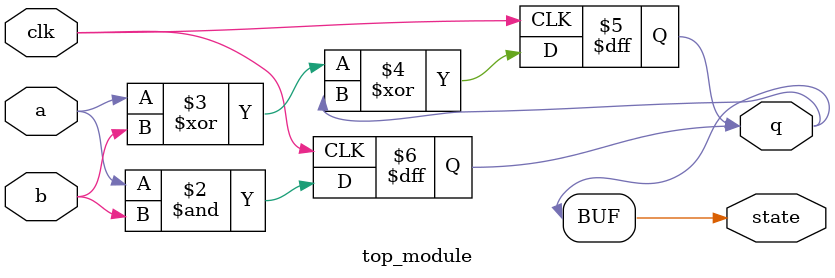
<source format=sv>
module top_module (
	input clk,
	input a,
	input b,
	output q,
	output state
);

reg q;
reg state;

always @(posedge clk) begin
	state <= a & b;
	q <= a ^ b ^ state;
end

assign state = q;

endmodule

</source>
